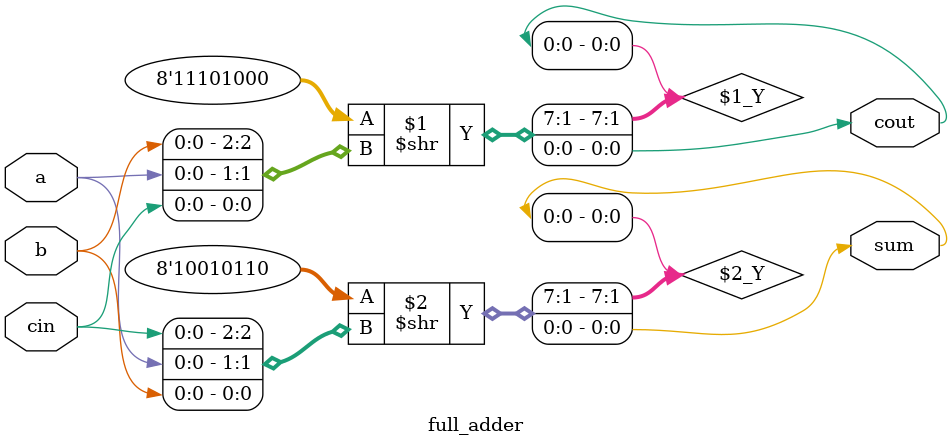
<source format=v>
/* Generated by Yosys 0.16+65 (git sha1 051517d61, gcc 9.1.0 -fPIC -Os) */

module full_adder(a, b, cin, sum, cout);
  input a;
  wire a;
  input b;
  wire b;
  input cin;
  wire cin;
  output cout;
  wire cout;
  output sum;
  wire sum;
  assign cout = 8'b11101000 >> { b, a, cin };
  assign sum = 8'b10010110 >> { cin, a, b };
endmodule

</source>
